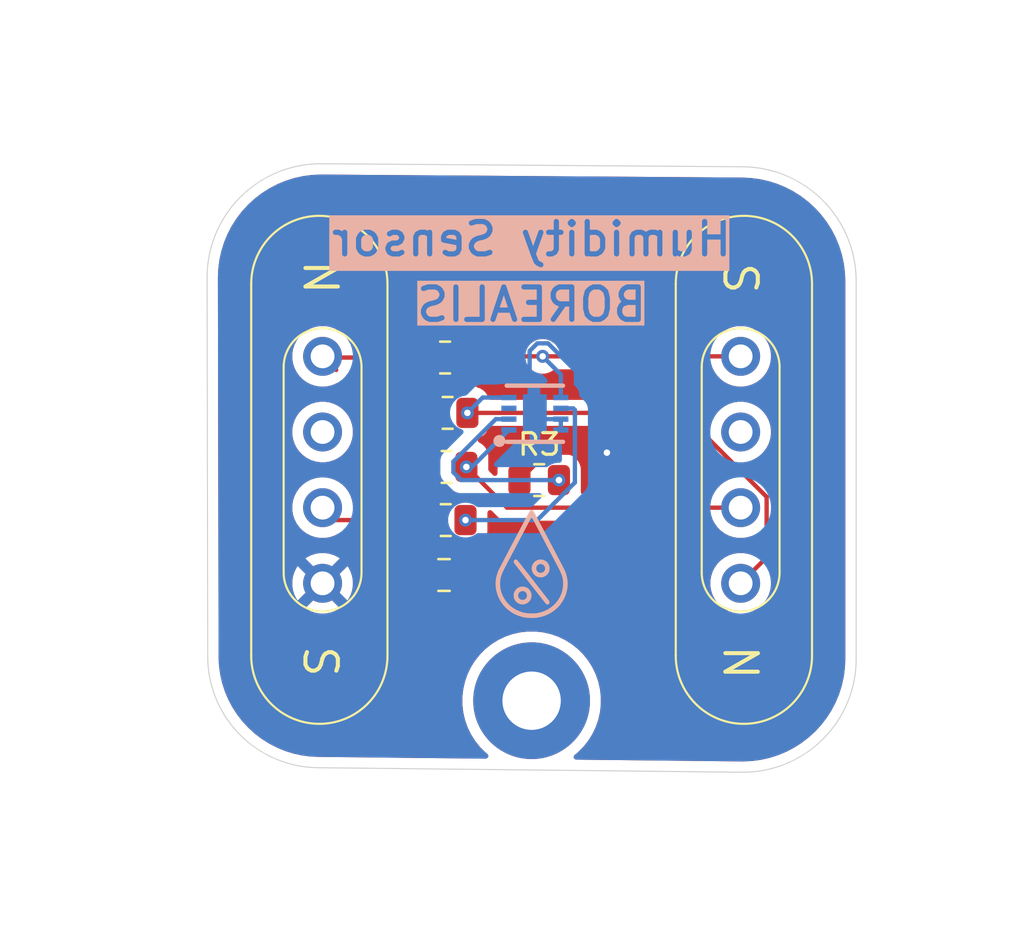
<source format=kicad_pcb>
(kicad_pcb (version 20241229) (generator "pcbnew") (generator_version "9.0")
  (layers (0 "F.Cu" signal) (2 "B.Cu" signal) (13 "F.Paste" user) (15 "B.Paste" user) (5 "F.SilkS" user "F.Silkscreen") (7 "B.SilkS" user "B.Silkscreen") (1 "F.Mask" user) (3 "B.Mask" user) (25 "Edge.Cuts" user))
  (net 0 "")
  (net 1 "/SCL")
  (net 2 "GND")
  (net 3 "+3.3V")
  (net 4 "/SDA")
  (net 5 "Net-(SHT31-nRESET)")
  (net 6 "/ADC")
  (net 7 "+5V")
  (net 9 "Net-(SHT31-ADDR)")
  (net 10 "/ID")
  (footprint "batteryholder:MAGNETIC POGO CONN." (layer "F.Cu") (at 129.69476 64.35476 -90)
    (property "Reference" "U1" (hide yes))
    (property "Value" "MAGNETIC POGO CONN." (hide yes))
    (fp_line (start -8.6 3) (end 8.6 3) (stroke (width 0.1)) (layer "F.SilkS") (net 6357060))
    (fp_line (start -4.75 1.8) (end 4.75 1.8) (stroke (width 0.1)) (layer "F.SilkS") (net 6357060))
    (fp_line (start -4.75 -1.8) (end 4.75 -1.8) (stroke (width 0.1)) (layer "F.SilkS") (net 6357060))
    (fp_line (start -8.6 -3.3) (end 8.6 -3.3) (stroke (width 0.1)) (layer "F.SilkS") (net 6357060))
    (fp_arc (start -8.6 3) (mid -11.75 -0.15) (end -8.6 -3.3) (stroke (width 0.1)) (layer "F.SilkS") (net 6357060))
    (fp_arc (start -4.75 1.8) (mid -6.55 0) (end -4.75 -1.8) (stroke (width 0.1)) (layer "F.SilkS") (net 6357060))
    (fp_arc (start 4.75 -1.8) (mid 6.55 0) (end 4.75 1.8) (stroke (width 0.1)) (layer "F.SilkS") (net 6357060))
    (fp_arc (start 8.6 -3.3) (mid 11.75 -0.15) (end 8.6 3) (stroke (width 0.1)) (layer "F.SilkS") (net 6357060))
    (fp_text user "S" (at -9.7 0.9 270) (layer "F.SilkS") (effects (font (size 1.5 1.5) (thickness 0.1875)) (justify left bottom)))
    (fp_text user "N" (at 8 0.9 270) (layer "F.SilkS") (effects (font (size 1.5 1.5) (thickness 0.1875)) (justify left bottom)))
    (pad "1" thru_hole circle (at -5.25 0 270) (size 1.8 1.8) (drill 1.1) (layers "*.Cu" "*.Mask") (net 3 "+3.3V"))
    (pad "2" thru_hole circle (at -1.75 0 270) (size 1.8 1.8) (drill 1.1) (layers "*.Cu" "*.Mask") (net 6 "/ADC"))
    (pad "3" thru_hole circle (at 1.75 0 270) (size 1.8 1.8) (drill 1.1) (layers "*.Cu" "*.Mask") (net 4 "/SDA"))
    (pad "4" thru_hole circle (at 5.25 0 270) (size 1.8 1.8) (drill 1.1) (layers "*.Cu" "*.Mask") (net 1 "/SCL"))
  )
  (footprint "Resistor_SMD:R_0805_2012Metric" (layer "F.Cu") (at 116.1475 61.72)
    (property "Reference" "R4" (hide yes))
    (property "Value" "10k")
    (fp_line (start -0.227064 -0.735) (end 0.227064 -0.735) (stroke (width 0.12)) (layer "F.SilkS"))
    (fp_line (start -0.227064 0.735) (end 0.227064 0.735) (stroke (width 0.12)) (layer "F.SilkS"))
    (pad "1" smd roundrect (at -0.9125 0) (size 1.025 1.4) (layers "F.Cu" "F.Mask" "F.Paste") (roundrect_rratio 0.243902) (net 3 "+3.3V"))
    (pad "2" smd roundrect (at 0.9125 0) (size 1.025 1.4) (layers "F.Cu" "F.Mask" "F.Paste") (roundrect_rratio 0.243902) (net 1 "/SCL"))
  )
  (footprint "Resistor_SMD:R_0805_2012Metric" (layer "F.Cu") (at 120.38 64.83)
    (property "Reference" "R3" (at 0 -1.65 0) (layer "F.SilkS"))
    (property "Value" "10k")
    (fp_line (start -0.227064 -0.735) (end 0.227064 -0.735) (stroke (width 0.12)) (layer "F.SilkS"))
    (fp_line (start -0.227064 0.735) (end 0.227064 0.735) (stroke (width 0.12)) (layer "F.SilkS"))
    (pad "1" smd roundrect (at -0.9125 0) (size 1.025 1.4) (layers "F.Cu" "F.Mask" "F.Paste") (roundrect_rratio 0.243902) (net 2 "GND"))
    (pad "2" smd roundrect (at 0.9125 0) (size 1.025 1.4) (layers "F.Cu" "F.Mask" "F.Paste") (roundrect_rratio 0.243902) (net 9 "Net-(SHT31-ADDR)"))
  )
  (footprint "MountingHole:MountingHole_2.7mm_M2.5_Pad" (layer "F.Cu") (at 120.02976 75.03476)
    (property "Reference" "H1" (hide yes))
    (property "Value" "MountingHole" (hide yes))
    (pad "1" thru_hole circle (at 0 0) (size 5.4 5.4) (drill 2.7) (layers "*.Cu" "*.Mask"))
  )
  (footprint "Resistor_SMD:R_0805_2012Metric" (layer "F.Cu") (at 116.1 64.22 180)
    (property "Reference" "R5" (hide yes))
    (property "Value" "10k" (hide yes))
    (fp_line (start -0.227064 0.735) (end 0.227064 0.735) (stroke (width 0.12)) (layer "F.SilkS"))
    (fp_line (start -0.227064 -0.735) (end 0.227064 -0.735) (stroke (width 0.12)) (layer "F.SilkS"))
    (pad "1" smd roundrect (at -0.9125 0 180) (size 1.025 1.4) (layers "F.Cu" "F.Mask" "F.Paste") (roundrect_rratio 0.243902) (net 4 "/SDA"))
    (pad "2" smd roundrect (at 0.9125 0 180) (size 1.025 1.4) (layers "F.Cu" "F.Mask" "F.Paste") (roundrect_rratio 0.243902) (net 3 "+3.3V"))
  )
  (footprint "Capacitor_SMD:C_0805_2012Metric" (layer "F.Cu") (at 115.98 69.22)
    (property "Reference" "C5" (hide yes))
    (property "Value" "100nf" (hide yes))
    (fp_line (start -0.261252 -0.735) (end 0.261252 -0.735) (stroke (width 0.12)) (layer "F.SilkS"))
    (fp_line (start -0.261252 0.735) (end 0.261252 0.735) (stroke (width 0.12)) (layer "F.SilkS"))
    (pad "1" smd roundrect (at -0.95 0) (size 1 1.45) (layers "F.Cu" "F.Mask" "F.Paste") (net 3 "+3.3V"))
    (pad "2" smd roundrect (at 0.95 0) (size 1 1.45) (layers "F.Cu" "F.Mask" "F.Paste") (net 2 "GND"))
  )
  (footprint "Resistor_SMD:R_0805_2012Metric" (layer "F.Cu") (at 116.03 59.16 180)
    (property "Reference" "R1" (hide yes))
    (property "Value" "R")
    (fp_line (start -0.227064 0.735) (end 0.227064 0.735) (stroke (width 0.12)) (layer "F.SilkS"))
    (fp_line (start -0.227064 -0.735) (end 0.227064 -0.735) (stroke (width 0.12)) (layer "F.SilkS"))
    (pad "1" smd roundrect (at -0.9125 0 180) (size 1.025 1.4) (layers "F.Cu" "F.Mask" "F.Paste") (roundrect_rratio 0.243902) (net 3 "+3.3V"))
    (pad "2" smd roundrect (at 0.9125 0 180) (size 1.025 1.4) (layers "F.Cu" "F.Mask" "F.Paste") (roundrect_rratio 0.243902) (net 10 "/ID"))
  )
  (footprint "Resistor_SMD:R_0805_2012Metric" (layer "F.Cu") (at 116.06 66.68 180)
    (property "Reference" "R2" (hide yes))
    (property "Value" "10k" (hide yes))
    (fp_line (start -0.227064 0.735) (end 0.227064 0.735) (stroke (width 0.12)) (layer "F.SilkS"))
    (fp_line (start -0.227064 -0.735) (end 0.227064 -0.735) (stroke (width 0.12)) (layer "F.SilkS"))
    (pad "1" smd roundrect (at -0.9125 0 180) (size 1.025 1.4) (layers "F.Cu" "F.Mask" "F.Paste") (roundrect_rratio 0.243902) (net 5 "Net-(SHT31-nRESET)"))
    (pad "2" smd roundrect (at 0.9125 0 180) (size 1.025 1.4) (layers "F.Cu" "F.Mask" "F.Paste") (roundrect_rratio 0.243902) (net 3 "+3.3V"))
  )
  (footprint "batteryholder:MAGNETIC POGO CONN." (layer "F.Cu") (at 110.36476 64.35476 90)
    (property "Reference" "U2" (hide yes))
    (property "Value" "MAGNETIC POGO CONN." (hide yes))
    (fp_line (start -8.6 -3.3) (end 8.6 -3.3) (stroke (width 0.1)) (layer "F.SilkS") (net 6357060))
    (fp_line (start -4.75 -1.8) (end 4.75 -1.8) (stroke (width 0.1)) (layer "F.SilkS") (net 6357060))
    (fp_line (start -4.75 1.8) (end 4.75 1.8) (stroke (width 0.1)) (layer "F.SilkS") (net 6357060))
    (fp_line (start -8.6 3) (end 8.6 3) (stroke (width 0.1)) (layer "F.SilkS") (net 6357060))
    (fp_arc (start 8.6 -3.3) (mid 11.75 -0.15) (end 8.6 3) (stroke (width 0.1)) (layer "F.SilkS") (net 6357060))
    (fp_arc (start 4.75 -1.8) (mid 6.55 0) (end 4.75 1.8) (stroke (width 0.1)) (layer "F.SilkS") (net 6357060))
    (fp_arc (start -4.75 1.8) (mid -6.55 0) (end -4.75 -1.8) (stroke (width 0.1)) (layer "F.SilkS") (net 6357060))
    (fp_arc (start -8.6 3) (mid -11.75 -0.15) (end -8.6 -3.3) (stroke (width 0.1)) (layer "F.SilkS") (net 6357060))
    (fp_text user "S" (at -9.7 0.9 90) (layer "F.SilkS") (effects (font (size 1.5 1.5) (thickness 0.1875)) (justify left bottom)))
    (fp_text user "N" (at 8 0.9 90) (layer "F.SilkS") (effects (font (size 1.5 1.5) (thickness 0.1875)) (justify left bottom)))
    (pad "1" thru_hole circle (at -5.25 0 90) (size 1.8 1.8) (drill 1.1) (layers "*.Cu" "*.Mask") (net 2 "GND"))
    (pad "2" thru_hole circle (at -1.75 0 90) (size 1.8 1.8) (drill 1.1) (layers "*.Cu" "*.Mask") (net 3 "+3.3V"))
    (pad "3" thru_hole circle (at 1.75 0 90) (size 1.8 1.8) (drill 1.1) (layers "*.Cu" "*.Mask") (net 7 "+5V"))
    (pad "4" thru_hole circle (at 5.25 0 90) (size 1.8 1.8) (drill 1.1) (layers "*.Cu" "*.Mask") (net 10 "/ID"))
  )
  (footprint "batteryholder:sht31-footprint" (layer "B.Cu") (at 120.18 61.7601 90)
    (property "Reference" "SHT31" (hide yes))
    (property "Value" "~" (hide yes))
    (fp_line (start 1.2999 -1.3) (end 1.2999 1.3) (stroke (width 0.2032)) (layer "B.SilkS"))
    (fp_line (start -1.3001 -1.3) (end -1.3001 1.3) (stroke (width 0.2032)) (layer "B.SilkS"))
    (fp_arc (start -1.2603 -1.5127) (mid -1.259 -1.766707) (end -1.2577 -1.5127) (stroke (width 0.3)) (layer "B.SilkS"))
    (pad "1" smd rect (at -0.7501 -1.2 90) (size 0.25 0.7) (layers "B.Cu" "B.Mask" "B.Paste") (net 4 "/SDA"))
    (pad "2" smd rect (at -0.2502 -1.2 90) (size 0.25 0.7) (layers "B.Cu" "B.Mask" "B.Paste") (net 9 "Net-(SHT31-ADDR)"))
    (pad "3" smd rect (at 0.2499 -1.2 90) (size 0.25 0.7) (layers "B.Cu" "B.Mask" "B.Paste"))
    (pad "4" smd rect (at 0.7501 -1.2 90) (size 0.25 0.7) (layers "B.Cu" "B.Mask" "B.Paste") (net 1 "/SCL"))
    (pad "5" smd rect (at 0.7501 1.2 90) (size 0.25 0.7) (layers "B.Cu" "B.Mask" "B.Paste") (net 3 "+3.3V"))
    (pad "6" smd rect (at 0.2499 1.2 90) (size 0.25 0.7) (layers "B.Cu" "B.Mask" "B.Paste") (net 5 "Net-(SHT31-nRESET)"))
    (pad "7" smd rect (at -0.2502 1.2 90) (size 0.25 0.7) (layers "B.Cu" "B.Mask" "B.Paste") (net 2 "GND"))
    (pad "8" smd rect (at -0.7501 1.2 90) (size 0.25 0.7) (layers "B.Cu" "B.Mask" "B.Paste") (net 2 "GND"))
    (pad "9" smd rect (at 0 -0.0001 90) (size 1.8 1.1) (layers "B.Cu" "B.Mask" "B.Paste") (net 2 "GND"))
  )
  (footprint "LOGO" (layer "B.Cu") (at 120.02976 68.71 180)
    (property "Reference" "G***" (hide yes))
    (property "Value" "LOGO" (hide yes))
    (fp_poly (pts (xy 0.497394 -1.050292) (xy 0.574531 -1.071979) (xy 0.644865 -1.110193) (xy 0.701953 -1.156714) (xy 0.759352 -1.223232) (xy 0.800388 -1.297649) (xy 0.824998 -1.377311) (xy 0.833119 -1.459567) (xy 0.824687 -1.541763) (xy 0.79964 -1.621246) (xy 0.757914 -1.695364) (xy 0.71594 -1.745526) (xy 0.646118 -1.803978) (xy 0.569029 -1.845305) (xy 0.486751 -1.868908) (xy 0.40136 -1.874192) (xy 0.315199 -1.860632) (xy 0.231691 -1.828816) (xy 0.15868 -1.782331) (xy 0.097716 -1.723323) (xy 0.050346 -1.653942) (xy 0.018121 -1.576335) (xy 0.002588 -1.492649) (xy 0.002649 -1.474822) (xy 0.21514 -1.474822) (xy 0.226531 -1.532493) (xy 0.253237 -1.584404) (xy 0.266677 -1.600867) (xy 0.307821 -1.632352) (xy 0.359591 -1.652509) (xy 0.416016 -1.660321) (xy 0.471126 -1.654768) (xy 0.506871 -1.641806) (xy 0.558612 -1.605699) (xy 0.59594 -1.559227) (xy 0.617687 -1.505541) (xy 0.622682 -1.447796) (xy 0.609754 -1.389143) (xy 0.60494 -1.377637) (xy 0.583676 -1.336819) (xy 0.560368 -1.308607) (xy 0.528695 -1.28654) (xy 0.503115 -1.273595) (xy 0.442472 -1.254894) (xy 0.382537 -1.25494) (xy 0.326013 -1.273272) (xy 0.275602 -1.309429) (xy 0.272011 -1.31298) (xy 0.237964 -1.360493) (xy 0.218979 -1.415965) (xy 0.21514 -1.474822) (xy 0.002649 -1.474822) (xy 0.00281 -1.427371) (xy 0.019214 -1.33999) (xy 0.05194 -1.260491) (xy 0.09908 -1.190672) (xy 0.158722 -1.132335) (xy 0.228958 -1.087278) (xy 0.307876 -1.057301) (xy 0.393567 -1.044203) (xy 0.409945 -1.043774)) (fill yes) (layer "B.SilkS"))
    (fp_poly (pts (xy -0.370575 0.206252) (xy -0.289969 0.189074) (xy -0.212416 0.154601) (xy -0.185109 0.137378) (xy -0.117124 0.079791) (xy -0.064606 0.012569) (xy -0.027752 -0.061821) (xy -0.006758 -0.140912) (xy -0.001822 -0.222239) (xy -0.013142 -0.303335) (xy -0.040913 -0.381733) (xy -0.085334 -0.454968) (xy -0.133469 -0.508634) (xy -0.204983 -0.563417) (xy -0.284202 -0.600758) (xy -0.368977 -0.620089) (xy -0.457162 -0.62084) (xy -0.51777 -0.610498) (xy -0.597771 -0.581259) (xy -0.670307 -0.535705) (xy -0.732701 -0.476462) (xy -0.782274 -0.406159) (xy -0.816349 -0.327422) (xy -0.82035 -0.313602) (xy -0.828366 -0.265363) (xy -0.83 -0.225898) (xy -0.623391 -0.225898) (xy -0.609136 -0.282421) (xy -0.577026 -0.334716) (xy -0.573494 -0.338839) (xy -0.528505 -0.378722) (xy -0.477303 -0.401402) (xy -0.416687 -0.408174) (xy -0.403182 -0.407735) (xy -0.361724 -0.403242) (xy -0.330186 -0.393019) (xy -0.301355 -0.375665) (xy -0.256085 -0.333714) (xy -0.228057 -0.283264) (xy -0.216736 -0.223162) (xy -0.216864 -0.19419) (xy -0.227187 -0.132465) (xy -0.25176 -0.083293) (xy -0.291954 -0.044532) (xy -0.325408 -0.024746) (xy -0.386483 -0.003842) (xy -0.445935 -0.002122) (xy -0.502196 -0.01934) (xy -0.553699 -0.05525) (xy -0.560475 -0.06179) (xy -0.598916 -0.1125) (xy -0.619936 -0.16823) (xy -0.623391 -0.225898) (xy -0.83 -0.225898) (xy -0.830772 -0.207269) (xy -0.827724 -0.148125) (xy -0.819376 -0.096735) (xy -0.81634 -0.085675) (xy -0.782351 -0.005816) (xy -0.734418 0.062754) (xy -0.674969 0.119179) (xy -0.606431 0.162599) (xy -0.531234 0.192156) (xy -0.451806 0.206993)) (fill yes) (layer "B.SilkS"))
    (fp_poly (pts (xy 0.765465 0.202718) (xy 0.79634 0.18274) (xy 0.81898 0.153101) (xy 0.830472 0.117091) (xy 0.827904 0.078001) (xy 0.818995 0.055531) (xy 0.810744 0.043582) (xy 0.791416 0.017545) (xy 0.761905 -0.021436) (xy 0.723105 -0.072213) (xy 0.675911 -0.133641) (xy 0.621216 -0.204575) (xy 0.559916 -0.283867) (xy 0.492903 -0.370372) (xy 0.421073 -0.462944) (xy 0.345319 -0.560437) (xy 0.266537 -0.661705) (xy 0.185619 -0.765603) (xy 0.103461 -0.870983) (xy 0.020956 -0.976701) (xy -0.061001 -1.08161) (xy -0.141516 -1.184564) (xy -0.219694 -1.284417) (xy -0.294642 -1.380024) (xy -0.365465 -1.470238) (xy -0.431269 -1.553913) (xy -0.49116 -1.629904) (xy -0.544243 -1.697064) (xy -0.589625 -1.754247) (xy -0.626411 -1.800308) (xy -0.653706 -1.834101) (xy -0.670617 -1.854479) (xy -0.676002 -1.860309) (xy -0.70876 -1.873048) (xy -0.746814 -1.873652) (xy -0.776533 -1.863841) (xy -0.810577 -1.834618) (xy -0.827673 -1.795798) (xy -0.83006 -1.771506) (xy -0.828322 -1.748334) (xy -0.821068 -1.726306) (xy -0.805845 -1.700226) (xy -0.780205 -1.664896) (xy -0.779097 -1.663438) (xy -0.766399 -1.646926) (xy -0.742525 -1.616054) (xy -0.708297 -1.571882) (xy -0.664539 -1.515469) (xy -0.612074 -1.447877) (xy -0.551724 -1.370163) (xy -0.484314 -1.283389) (xy -0.410666 -1.188613) (xy -0.331604 -1.086896) (xy -0.24795 -0.979297) (xy -0.160528 -0.866876) (xy -0.07016 -0.750692) (xy -0.035079 -0.705595) (xy 0.077514 -0.560975) (xy 0.17873 -0.431215) (xy 0.269084 -0.315672) (xy 0.34909 -0.213704) (xy 0.419264 -0.124667) (xy 0.480121 -0.047918) (xy 0.532175 0.017184) (xy 0.575941 0.071283) (xy 0.611934 0.115022) (xy 0.640668 0.149044) (xy 0.66266 0.173991) (xy 0.678423 0.190506) (xy 0.688472 0.199233) (xy 0.690658 0.20053) (xy 0.729267 0.209745)) (fill yes) (layer "B.SilkS"))
    (fp_poly (pts (xy 0.049092 2.48805) (xy 0.067596 2.474058) (xy 0.07642 2.461366) (xy 0.094037 2.431652) (xy 0.12027 2.38525) (xy 0.154938 2.322494) (xy 0.197862 2.243717) (xy 0.248863 2.149254) (xy 0.307762 2.039438) (xy 0.374379 1.914604) (xy 0.448536 1.775085) (xy 0.530052 1.621216) (xy 0.618749 1.453329) (xy 0.714447 1.27176) (xy 0.779624 1.147885) (xy 0.877475 0.961803) (xy 0.966667 0.792188) (xy 1.047623 0.638211) (xy 1.120766 0.499041) (xy 1.18652 0.373845) (xy 1.245308 0.261793) (xy 1.297552 0.162054) (xy 1.343675 0.073796) (xy 1.384102 -0.003811) (xy 1.419254 -0.071598) (xy 1.449555 -0.130397) (xy 1.475428 -0.181039) (xy 1.497296 -0.224355) (xy 1.515582 -0.261176) (xy 1.530709 -0.292333) (xy 1.5431 -0.318657) (xy 1.553179 -0.34098) (xy 1.561368 -0.360132) (xy 1.56809 -0.376945) (xy 1.573769 -0.392249) (xy 1.578828 -0.406876) (xy 1.583689 -0.421657) (xy 1.588776 -0.437423) (xy 1.592596 -0.449182) (xy 1.636761 -0.614731) (xy 1.661737 -0.78184) (xy 1.667689 -0.94937) (xy 1.654779 -1.116184) (xy 1.623172 -1.281144) (xy 1.57303 -1.443111) (xy 1.504517 -1.600949) (xy 1.417796 -1.753519) (xy 1.40182 -1.778) (xy 1.297193 -1.917967) (xy 1.178607 -2.044531) (xy 1.04675 -2.157217) (xy 0.90231 -2.255555) (xy 0.745972 -2.33907) (xy 0.578427 -2.40729) (xy 0.415192 -2.456085) (xy 0.326595 -2.473965) (xy 0.224442 -2.487312) (xy 0.114238 -2.495874) (xy 0.001491 -2.499401) (xy -0.108293 -2.497642) (xy -0.209608 -2.490345) (xy -0.244231 -2.486138) (xy -0.423601 -2.45223) (xy -0.595251 -2.401255) (xy -0.758158 -2.33384) (xy -0.9113 -2.250609) (xy -1.053654 -2.152189) (xy -1.184196 -2.039205) (xy -1.301906 -1.912283) (xy -1.401821 -1.778) (xy -1.491517 -1.626404) (xy -1.563033 -1.469353) (xy -1.616204 -1.307986) (xy -1.650867 -1.143439) (xy -1.666859 -0.976852) (xy -1.665866 -0.918307) (xy -1.455616 -0.918307) (xy -1.44608 -1.078613) (xy -1.417742 -1.234371) (xy -1.371 -1.384631) (xy -1.306256 -1.528444) (xy -1.223911 -1.664858) (xy -1.124365 -1.792926) (xy -1.055699 -1.86621) (xy -0.930276 -1.97771) (xy -0.794343 -2.072835) (xy -0.648437 -2.151325) (xy -0.493097 -2.212921) (xy -0.328857 -2.257364) (xy -0.20027 -2.279269) (xy -0.159684 -2.282606) (xy -0.104508 -2.284458) (xy -0.039629 -2.284917) (xy 0.030068 -2.284073) (xy 0.099698 -2.282017) (xy 0.164376 -2.278838) (xy 0.219215 -2.274628) (xy 0.250461 -2.270921) (xy 0.405957 -2.238507) (xy 0.558319 -2.188556) (xy 0.704902 -2.12243) (xy 0.843058 -2.041495) (xy 0.970142 -1.947113) (xy 1.081746 -1.842514) (xy 1.182205 -1.723251) (xy 1.269187 -1.592842) (xy 1.34125 -1.454132) (xy 1.396957 -1.309967) (xy 1.434867 -1.163192) (xy 1.440157 -1.133951) (xy 1.449326 -1.058646) (xy 1.45418 -0.972422) (xy 1.454708 -0.88243) (xy 1.450902 -0.795824) (xy 1.442752 -0.719755) (xy 1.440716 -0.707106) (xy 1.426235 -0.633902) (xy 1.407967 -0.563778) (xy 1.384519 -0.492979) (xy 1.3545 -0.417751) (xy 1.316518 -0.334339) (xy 1.269182 -0.238987) (xy 1.262101 -0.225193) (xy 1.235521 -0.173785) (xy 1.202188 -0.109651) (xy 1.162728 -0.033976) (xy 1.117764 0.052055) (xy 1.067923 0.147258) (xy 1.013828 0.250448) (xy 0.956104 0.36044) (xy 0.895376 0.47605) (xy 0.832269 0.596093) (xy 0.767406 0.719384) (xy 0.701414 0.84474) (xy 0.634917 0.970974) (xy 0.568539 1.096903) (xy 0.502905 1.221341) (xy 0.438639 1.343105) (xy 0.376368 1.461009) (xy 0.316714 1.573869) (xy 0.260303 1.680501) (xy 0.20776 1.779718) (xy 0.15971 1.870338) (xy 0.116776 1.951175) (xy 0.079584 2.021045) (xy 0.048758 2.078763) (xy 0.024924 2.123143) (xy 0.008705 2.153003) (xy 0.000727 2.167157) (xy 0 2.168181) (xy -0.004987 2.159728) (xy -0.018429 2.135161) (xy -0.039703 2.095662) (xy -0.068184 2.042418) (xy -0.103248 1.976612) (xy -0.144268 1.89943) (xy -0.190622 1.812056) (xy -0.241684 1.715674) (xy -0.296829 1.61147) (xy -0.355433 1.500628) (xy -0.416871 1.384332) (xy -0.480518 1.263768) (xy -0.54575 1.14012) (xy -0.611942 1.014572) (xy -0.678468 0.888309) (xy -0.744706 0.762516) (xy -0.810029 0.638378) (xy -0.873813 0.517079) (xy -0.935434 0.399804) (xy -0.994266 0.287737) (xy -1.049685 0.182063) (xy -1.101067 0.083967) (xy -1.147786 -0.005366) (xy -1.189218 -0.084753) (xy -1.224738 -0.153008) (xy -1.253722 -0.208946) (xy -1.262102 -0.225193) (xy -1.318124 -0.338296) (xy -1.363041 -0.439565) (xy -1.397836 -0.532519) (xy -1.423491 -0.620674) (xy -1.440988 -0.707549) (xy -1.451309 -0.796661) (xy -1.455436 -0.891529) (xy -1.455616 -0.918307) (xy -1.665866 -0.918307) (xy -1.664017 -0.809361) (xy -1.642177 -0.642105) (xy -1.601176 -0.476222) (xy -1.592597 -0.449182) (xy -1.587113 -0.432266) (xy -1.582143 -0.416902) (xy -1.577266 -0.40226) (xy -1.572056 -0.387508) (xy -1.566092 -0.371815) (xy -1.55895 -0.35435) (xy -1.550208 -0.334283) (xy -1.539442 -0.310781) (xy -1.526228 -0.283014) (xy -1.510145 -0.250151) (xy -1.490769 -0.21136) (xy -1.467677 -0.16581) (xy -1.440445 -0.112671) (xy -1.408651 -0.051111) (xy -1.371872 0.0197) (xy -1.329685 0.100595) (xy -1.281666 0.192404) (xy -1.227392 0.295958) (xy -1.166441 0.412089) (xy -1.098389 0.541627) (xy -1.022814 0.685404) (xy -0.939291 0.84425) (xy -0.847399 1.018998) (xy -0.779625 1.147885) (xy -0.679518 1.33808) (xy -0.586297 1.514806) (xy -0.500141 1.677731) (xy -0.421229 1.82652) (xy -0.349742 1.960838) (xy -0.285857 2.080353) (xy -0.229755 2.184731) (xy -0.181614 2.273636) (xy -0.141615 2.346736) (xy -0.109936 2.403697) (xy -0.086756 2.444184) (xy -0.072254 2.467864) (xy -0.067597 2.474058) (xy -0.030512 2.496766) (xy 0.009804 2.501429)) (fill yes) (layer "B.SilkS"))
  )
  (gr_line (start 105.02476 55.45476) (end 105.054761 73.04476) (stroke (width 0.05)) (layer "Edge.Cuts"))
  (gr_arc (start 110.214158 78.135101) (mid 106.587532 76.651061) (end 105.05476 73.04476) (stroke (width 0.05)) (layer "Edge.Cuts"))
  (gr_line (start 129.74476 50.33476) (end 110.28476 50.19476) (stroke (width 0.05)) (layer "Edge.Cuts"))
  (gr_arc (start 105.02476 55.45476) (mid 106.565378 51.735378) (end 110.28476 50.19476) (stroke (width 0.05)) (layer "Edge.Cuts"))
  (gr_line (start 110.214158 78.135101) (end 129.79476 78.34476) (stroke (width 0.05)) (layer "Edge.Cuts"))
  (gr_line (start 135.03476 73.10476) (end 135.03476 55.62476) (stroke (width 0.05)) (layer "Edge.Cuts"))
  (gr_arc (start 129.74476 50.33476) (mid 133.485355 51.884165) (end 135.03476 55.62476) (stroke (width 0.05)) (layer "Edge.Cuts"))
  (gr_arc (start 135.03476 73.10476) (mid 133.5 76.81) (end 129.79476 78.34476) (stroke (width 0.05)) (layer "Edge.Cuts"))
  (gr_text "Humidity Sensor" (at 120.02976 53.68476 0) (layer "B.SilkS" knockout) (effects (font (size 1.5 1.5) (thickness 0.24) (bold yes)) (justify mirror)))
  (gr_text "BOREALIS" (at 120.02976 55.83476 0) (layer "B.SilkS" knockout) (effects (font (size 1.5 1.5) (thickness 0.24) (bold yes)) (justify top mirror)))
  (segment (start 130.89576 68.40376) (end 130.89576 65.607289) (width 0.2) (layer "F.Cu") (net 1))
  (segment (start 127.008471 61.72) (end 117.06 61.72) (width 0.2) (layer "F.Cu") (net 1))
  (segment (start 129.69476 69.60476) (end 130.89576 68.40376) (width 0.2) (layer "F.Cu") (net 1))
  (segment (start 130.89576 65.607289) (end 127.008471 61.72) (width 0.2) (layer "F.Cu") (net 1))
  (via blind (at 117.06 61.72) (size 0.6) (drill 0.3) (layers "F.Cu" "B.Cu") (net 1))
  (segment (start 118.98 61.01) (end 117.77 61.01) (width 0.2) (layer "B.Cu") (net 1))
  (segment (start 117.77 61.01) (end 117.06 61.72) (width 0.2) (layer "B.Cu") (net 1))
  (segment (start 120.7375 63.56) (end 119.4675 64.83) (width 0.2) (layer "F.Cu") (net 2))
  (segment (start 123.51 63.56) (end 120.7375 63.56) (width 0.2) (layer "F.Cu") (net 2))
  (via blind (at 123.51 63.56) (size 0.6) (drill 0.3) (layers "F.Cu" "B.Cu") (net 2))
  (segment (start 123.51 61.224817) (end 123.51 63.56) (width 0.2) (layer "B.Cu") (net 2))
  (segment (start 120.788943 58.50376) (end 123.51 61.224817) (width 0.2) (layer "B.Cu") (net 2))
  (segment (start 119.939 58.855817) (end 120.291057 58.50376) (width 0.2) (layer "B.Cu") (net 2))
  (segment (start 120.291057 58.50376) (end 120.788943 58.50376) (width 0.2) (layer "B.Cu") (net 2))
  (segment (start 120.4301 62.0103) (end 121.38 62.0103) (width 0.2) (layer "B.Cu") (net 2))
  (segment (start 120.1799 61.7601) (end 119.939 61.5192) (width 0.2) (layer "B.Cu") (net 2))
  (segment (start 119.939 61.5192) (end 119.939 58.855817) (width 0.2) (layer "B.Cu") (net 2))
  (segment (start 120.1799 61.7601) (end 120.4301 62.0103) (width 0.2) (layer "B.Cu") (net 2))
  (segment (start 121.38 62.0103) (end 121.38 62.5102) (width 0.2) (layer "B.Cu") (net 2))
  (segment (start 115.1875 61.7675) (end 115.235 61.72) (width 0.2) (layer "F.Cu") (net 3))
  (segment (start 115.235 61.665) (end 116.9425 59.9575) (width 0.2) (layer "F.Cu") (net 3))
  (segment (start 115.235 61.72) (end 115.235 61.665) (width 0.2) (layer "F.Cu") (net 3))
  (segment (start 129.69476 59.10476) (end 120.54 59.10476) (width 0.2) (layer "F.Cu") (net 3))
  (segment (start 120.54 59.10476) (end 116.99774 59.10476) (width 0.2) (layer "F.Cu") (net 3))
  (segment (start 115.1875 64.22) (end 115.1875 61.7675) (width 0.2) (layer "F.Cu") (net 3))
  (segment (start 110.94 66.68) (end 110.36476 66.10476) (width 0.2) (layer "F.Cu") (net 3))
  (segment (start 115.1475 69.1025) (end 115.03 69.22) (width 0.2) (layer "F.Cu") (net 3))
  (segment (start 115.1475 64.26) (end 115.1875 64.22) (width 0.2) (layer "F.Cu") (net 3))
  (segment (start 115.1475 66.68) (end 115.1475 69.1025) (width 0.2) (layer "F.Cu") (net 3))
  (segment (start 116.99774 59.10476) (end 116.9425 59.16) (width 0.2) (layer "F.Cu") (net 3))
  (segment (start 115.1475 66.68) (end 110.94 66.68) (width 0.2) (layer "F.Cu") (net 3))
  (segment (start 115.1475 66.68) (end 115.1475 64.26) (width 0.2) (layer "F.Cu") (net 3))
  (segment (start 116.9425 59.9575) (end 116.9425 59.16) (width 0.2) (layer "F.Cu") (net 3))
  (via blind (at 120.54 59.10476) (size 0.6) (drill 0.3) (layers "F.Cu" "B.Cu") (net 3))
  (segment (start 121.38 59.94476) (end 120.54 59.10476) (width 0.2) (layer "B.Cu") (net 3))
  (segment (start 121.38 61.01) (end 121.38 59.94476) (width 0.2) (layer "B.Cu") (net 3))
  (segment (start 118.89726 66.10476) (end 117.0125 64.22) (width 0.2) (layer "F.Cu") (net 4))
  (segment (start 129.69476 66.10476) (end 118.89726 66.10476) (width 0.2) (layer "F.Cu") (net 4))
  (via blind (at 117.0125 64.22) (size 0.6) (drill 0.3) (layers "F.Cu" "B.Cu") (net 4))
  (segment (start 117.2702 64.22) (end 117.0125 64.22) (width 0.2) (layer "B.Cu") (net 4))
  (segment (start 118.98 62.5102) (end 117.2702 64.22) (width 0.2) (layer "B.Cu") (net 4))
  (via blind (at 116.9725 66.68) (size 0.6) (drill 0.3) (layers "F.Cu" "B.Cu") (net 5))
  (segment (start 122.031 64.941443) (end 120.292443 66.68) (width 0.2) (layer "B.Cu") (net 5))
  (segment (start 120.292443 66.68) (end 116.9725 66.68) (width 0.2) (layer "B.Cu") (net 5))
  (segment (start 121.38 61.5102) (end 121.9569 61.5102) (width 0.2) (layer "B.Cu") (net 5))
  (segment (start 122.031 61.5843) (end 122.031 64.941443) (width 0.2) (layer "B.Cu") (net 5))
  (segment (start 121.9569 61.5102) (end 122.031 61.5843) (width 0.2) (layer "B.Cu") (net 5))
  (via blind (at 121.2925 64.83) (size 0.6) (drill 0.3) (layers "F.Cu" "B.Cu") (net 9))
  (segment (start 118.372257 62.0103) (end 116.4115 63.971057) (width 0.2) (layer "B.Cu") (net 9))
  (segment (start 116.772557 64.83) (end 121.2925 64.83) (width 0.2) (layer "B.Cu") (net 9))
  (segment (start 118.98 62.0103) (end 118.372257 62.0103) (width 0.2) (layer "B.Cu") (net 9))
  (segment (start 116.4115 63.971057) (end 116.4115 64.468943) (width 0.2) (layer "B.Cu") (net 9))
  (segment (start 116.4115 64.468943) (end 116.772557 64.83) (width 0.2) (layer "B.Cu") (net 9))
  (segment (start 115.1175 59.16) (end 110.42 59.16) (width 0.2) (layer "F.Cu") (net 10))
  (segment (start 110.99476 59.73476) (end 110.36476 59.10476) (width 0.2) (layer "F.Cu") (net 10))
  (segment (start 110.42 59.16) (end 110.36476 59.10476) (width 0.2) (layer "F.Cu") (net 10))
  (zone (net 2) (net_name "GND") (layers "F.Cu" "B.Cu") (connect_pads (clearance 0.5)) (min_thickness 0.25) (fill yes (thermal_gap 0.5) (thermal_bridge_width 0.5))
    (polygon (pts (xy 95.45 46.88) (xy 140.54 42.62) (xy 142.82 86.53) (xy 96.44 81.68)))
  )
)
</source>
